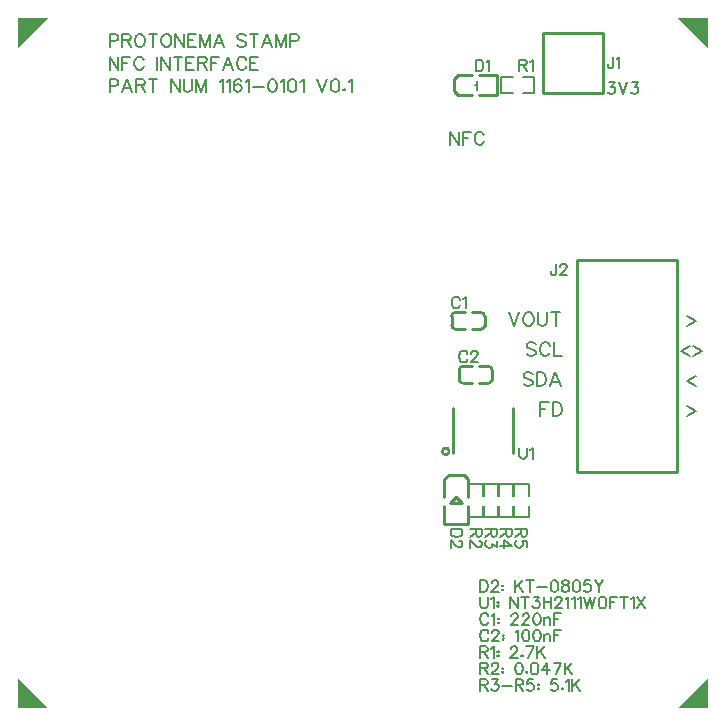
<source format=gto>
G04 Layer: TopSilkscreenLayer*
G04 Panelize: , Column: 2, Row: 2, Board Size: 58.42mm x 58.42mm, Panelized Board Size: 118.84mm x 118.84mm*
G04 EasyEDA v6.5.39, 2023-12-29 12:41:37*
G04 1036578b268b45588bb37d4cc57348ec,5a6b42c53f6a479593ecc07194224c93,10*
G04 Gerber Generator version 0.2*
G04 Scale: 100 percent, Rotated: No, Reflected: No *
G04 Dimensions in millimeters *
G04 leading zeros omitted , absolute positions ,4 integer and 5 decimal *
%FSLAX45Y45*%
%MOMM*%

%ADD10C,0.1524*%
%ADD11C,0.2540*%
%ADD12C,0.2030*%

%LPD*%
D10*
X4241800Y5485637D02*
G01*
X4241800Y5390134D01*
X4241800Y5485637D02*
G01*
X4282693Y5485637D01*
X4296409Y5481065D01*
X4300981Y5476494D01*
X4305554Y5467604D01*
X4305554Y5458460D01*
X4300981Y5449315D01*
X4296409Y5444744D01*
X4282693Y5440171D01*
X4241800Y5440171D01*
X4273550Y5440171D02*
G01*
X4305554Y5390134D01*
X4335525Y5467604D02*
G01*
X4344415Y5472176D01*
X4358131Y5485637D01*
X4358131Y5390134D01*
X3873500Y5485637D02*
G01*
X3873500Y5390134D01*
X3873500Y5485637D02*
G01*
X3905250Y5485637D01*
X3918965Y5481065D01*
X3928109Y5472176D01*
X3932681Y5463031D01*
X3937254Y5449315D01*
X3937254Y5426710D01*
X3932681Y5412994D01*
X3928109Y5403850D01*
X3918965Y5394705D01*
X3905250Y5390134D01*
X3873500Y5390134D01*
X3967225Y5467604D02*
G01*
X3976115Y5472176D01*
X3989831Y5485637D01*
X3989831Y5390134D01*
X4242663Y2202535D02*
G01*
X4242663Y2134463D01*
X4247235Y2120747D01*
X4256379Y2111603D01*
X4269841Y2107031D01*
X4278985Y2107031D01*
X4292701Y2111603D01*
X4301845Y2120747D01*
X4306417Y2134463D01*
X4306417Y2202535D01*
X4336389Y2184501D02*
G01*
X4345279Y2189073D01*
X4358995Y2202535D01*
X4358995Y2107031D01*
X3657600Y4877815D02*
G01*
X3657600Y4768850D01*
X3657600Y4877815D02*
G01*
X3730243Y4768850D01*
X3730243Y4877815D02*
G01*
X3730243Y4768850D01*
X3764534Y4877815D02*
G01*
X3764534Y4768850D01*
X3764534Y4877815D02*
G01*
X3832097Y4877815D01*
X3764534Y4826000D02*
G01*
X3806190Y4826000D01*
X3944365Y4851907D02*
G01*
X3939286Y4862321D01*
X3928872Y4872736D01*
X3918458Y4877815D01*
X3897629Y4877815D01*
X3887215Y4872736D01*
X3876802Y4862321D01*
X3871722Y4851907D01*
X3866388Y4836160D01*
X3866388Y4810252D01*
X3871722Y4794757D01*
X3876802Y4784344D01*
X3887215Y4773929D01*
X3897629Y4768850D01*
X3918458Y4768850D01*
X3928872Y4773929D01*
X3939286Y4784344D01*
X3944365Y4794757D01*
X3801872Y2999231D02*
G01*
X3797554Y3008376D01*
X3788409Y3017265D01*
X3779265Y3021837D01*
X3760977Y3021837D01*
X3752088Y3017265D01*
X3742943Y3008376D01*
X3738372Y2999231D01*
X3733800Y2985515D01*
X3733800Y2962910D01*
X3738372Y2949194D01*
X3742943Y2940050D01*
X3752088Y2930905D01*
X3760977Y2926334D01*
X3779265Y2926334D01*
X3788409Y2930905D01*
X3797554Y2940050D01*
X3801872Y2949194D01*
X3836415Y2999231D02*
G01*
X3836415Y3003804D01*
X3840988Y3012694D01*
X3845559Y3017265D01*
X3854704Y3021837D01*
X3872991Y3021837D01*
X3881881Y3017265D01*
X3886454Y3012694D01*
X3891025Y3003804D01*
X3891025Y2994660D01*
X3886454Y2985515D01*
X3877309Y2971800D01*
X3832097Y2926334D01*
X3895597Y2926334D01*
X3758438Y1511300D02*
G01*
X3662934Y1511300D01*
X3758438Y1511300D02*
G01*
X3758438Y1479550D01*
X3753865Y1465834D01*
X3744975Y1456689D01*
X3735831Y1452118D01*
X3722115Y1447545D01*
X3699509Y1447545D01*
X3685793Y1452118D01*
X3676650Y1456689D01*
X3667506Y1465834D01*
X3662934Y1479550D01*
X3662934Y1511300D01*
X3735831Y1413002D02*
G01*
X3740404Y1413002D01*
X3749293Y1408684D01*
X3753865Y1404112D01*
X3758438Y1394968D01*
X3758438Y1376679D01*
X3753865Y1367789D01*
X3749293Y1363218D01*
X3740404Y1358645D01*
X3731259Y1358645D01*
X3722115Y1363218D01*
X3708400Y1372107D01*
X3662934Y1417573D01*
X3662934Y1354073D01*
X3923538Y1511300D02*
G01*
X3828034Y1511300D01*
X3923538Y1511300D02*
G01*
X3923538Y1470405D01*
X3918965Y1456689D01*
X3914393Y1452118D01*
X3905504Y1447545D01*
X3896359Y1447545D01*
X3887215Y1452118D01*
X3882643Y1456689D01*
X3878072Y1470405D01*
X3878072Y1511300D01*
X3878072Y1479550D02*
G01*
X3828034Y1447545D01*
X3900931Y1413002D02*
G01*
X3905504Y1413002D01*
X3914393Y1408684D01*
X3918965Y1404112D01*
X3923538Y1394968D01*
X3923538Y1376679D01*
X3918965Y1367789D01*
X3914393Y1363218D01*
X3905504Y1358645D01*
X3896359Y1358645D01*
X3887215Y1363218D01*
X3873500Y1372107D01*
X3828034Y1417573D01*
X3828034Y1354073D01*
X4050538Y1511300D02*
G01*
X3955034Y1511300D01*
X4050538Y1511300D02*
G01*
X4050538Y1470405D01*
X4045965Y1456689D01*
X4041393Y1452118D01*
X4032504Y1447545D01*
X4023359Y1447545D01*
X4014215Y1452118D01*
X4009643Y1456689D01*
X4005072Y1470405D01*
X4005072Y1511300D01*
X4005072Y1479550D02*
G01*
X3955034Y1447545D01*
X4050538Y1408684D02*
G01*
X4050538Y1358645D01*
X4014215Y1385823D01*
X4014215Y1372107D01*
X4009643Y1363218D01*
X4005072Y1358645D01*
X3991609Y1354073D01*
X3982465Y1354073D01*
X3968750Y1358645D01*
X3959606Y1367789D01*
X3955034Y1381252D01*
X3955034Y1394968D01*
X3959606Y1408684D01*
X3964177Y1413002D01*
X3973322Y1417573D01*
X4177538Y1511300D02*
G01*
X4082034Y1511300D01*
X4177538Y1511300D02*
G01*
X4177538Y1470405D01*
X4172965Y1456689D01*
X4168393Y1452118D01*
X4159504Y1447545D01*
X4150359Y1447545D01*
X4141215Y1452118D01*
X4136643Y1456689D01*
X4132072Y1470405D01*
X4132072Y1511300D01*
X4132072Y1479550D02*
G01*
X4082034Y1447545D01*
X4177538Y1372107D02*
G01*
X4114038Y1417573D01*
X4114038Y1349502D01*
X4177538Y1372107D02*
G01*
X4082034Y1372107D01*
X4304538Y1511300D02*
G01*
X4209034Y1511300D01*
X4304538Y1511300D02*
G01*
X4304538Y1470405D01*
X4299965Y1456689D01*
X4295393Y1452118D01*
X4286504Y1447545D01*
X4277359Y1447545D01*
X4268215Y1452118D01*
X4263643Y1456689D01*
X4259072Y1470405D01*
X4259072Y1511300D01*
X4259072Y1479550D02*
G01*
X4209034Y1447545D01*
X4304538Y1363218D02*
G01*
X4304538Y1408684D01*
X4263643Y1413002D01*
X4268215Y1408684D01*
X4272788Y1394968D01*
X4272788Y1381252D01*
X4268215Y1367789D01*
X4259072Y1358645D01*
X4245609Y1354073D01*
X4236465Y1354073D01*
X4222750Y1358645D01*
X4213606Y1367789D01*
X4209034Y1381252D01*
X4209034Y1394968D01*
X4213606Y1408684D01*
X4218177Y1413002D01*
X4227322Y1417573D01*
X3738372Y3456431D02*
G01*
X3734054Y3465576D01*
X3724909Y3474465D01*
X3715765Y3479037D01*
X3697477Y3479037D01*
X3688588Y3474465D01*
X3679443Y3465576D01*
X3674872Y3456431D01*
X3670300Y3442715D01*
X3670300Y3420110D01*
X3674872Y3406394D01*
X3679443Y3397250D01*
X3688588Y3388105D01*
X3697477Y3383534D01*
X3715765Y3383534D01*
X3724909Y3388105D01*
X3734054Y3397250D01*
X3738372Y3406394D01*
X3768597Y3461004D02*
G01*
X3777488Y3465576D01*
X3791204Y3479037D01*
X3791204Y3383534D01*
X774700Y5322315D02*
G01*
X774700Y5213350D01*
X774700Y5322315D02*
G01*
X821436Y5322315D01*
X836929Y5317236D01*
X842263Y5311902D01*
X847344Y5301487D01*
X847344Y5285994D01*
X842263Y5275579D01*
X836929Y5270500D01*
X821436Y5265165D01*
X774700Y5265165D01*
X923289Y5322315D02*
G01*
X881634Y5213350D01*
X923289Y5322315D02*
G01*
X964945Y5213350D01*
X897381Y5249671D02*
G01*
X949197Y5249671D01*
X999236Y5322315D02*
G01*
X999236Y5213350D01*
X999236Y5322315D02*
G01*
X1045971Y5322315D01*
X1061465Y5317236D01*
X1066800Y5311902D01*
X1071879Y5301487D01*
X1071879Y5291073D01*
X1066800Y5280660D01*
X1061465Y5275579D01*
X1045971Y5270500D01*
X999236Y5270500D01*
X1035557Y5270500D02*
G01*
X1071879Y5213350D01*
X1142492Y5322315D02*
G01*
X1142492Y5213350D01*
X1106170Y5322315D02*
G01*
X1178813Y5322315D01*
X1293113Y5322315D02*
G01*
X1293113Y5213350D01*
X1293113Y5322315D02*
G01*
X1366012Y5213350D01*
X1366012Y5322315D02*
G01*
X1366012Y5213350D01*
X1400302Y5322315D02*
G01*
X1400302Y5244337D01*
X1405381Y5228844D01*
X1415795Y5218429D01*
X1431289Y5213350D01*
X1441704Y5213350D01*
X1457452Y5218429D01*
X1467865Y5228844D01*
X1472945Y5244337D01*
X1472945Y5322315D01*
X1507236Y5322315D02*
G01*
X1507236Y5213350D01*
X1507236Y5322315D02*
G01*
X1548892Y5213350D01*
X1590294Y5322315D02*
G01*
X1548892Y5213350D01*
X1590294Y5322315D02*
G01*
X1590294Y5213350D01*
X1704594Y5301487D02*
G01*
X1715007Y5306821D01*
X1730755Y5322315D01*
X1730755Y5213350D01*
X1765045Y5301487D02*
G01*
X1775460Y5306821D01*
X1790954Y5322315D01*
X1790954Y5213350D01*
X1887473Y5306821D02*
G01*
X1882394Y5317236D01*
X1866900Y5322315D01*
X1856486Y5322315D01*
X1840737Y5317236D01*
X1830323Y5301487D01*
X1825244Y5275579D01*
X1825244Y5249671D01*
X1830323Y5228844D01*
X1840737Y5218429D01*
X1856486Y5213350D01*
X1861565Y5213350D01*
X1877060Y5218429D01*
X1887473Y5228844D01*
X1892807Y5244337D01*
X1892807Y5249671D01*
X1887473Y5265165D01*
X1877060Y5275579D01*
X1861565Y5280660D01*
X1856486Y5280660D01*
X1840737Y5275579D01*
X1830323Y5265165D01*
X1825244Y5249671D01*
X1927097Y5301487D02*
G01*
X1937511Y5306821D01*
X1953006Y5322315D01*
X1953006Y5213350D01*
X1987295Y5260086D02*
G01*
X2080768Y5260086D01*
X2146300Y5322315D02*
G01*
X2130806Y5317236D01*
X2120391Y5301487D01*
X2115058Y5275579D01*
X2115058Y5260086D01*
X2120391Y5233923D01*
X2130806Y5218429D01*
X2146300Y5213350D01*
X2156713Y5213350D01*
X2172208Y5218429D01*
X2182622Y5233923D01*
X2187956Y5260086D01*
X2187956Y5275579D01*
X2182622Y5301487D01*
X2172208Y5317236D01*
X2156713Y5322315D01*
X2146300Y5322315D01*
X2222245Y5301487D02*
G01*
X2232659Y5306821D01*
X2248154Y5322315D01*
X2248154Y5213350D01*
X2313686Y5322315D02*
G01*
X2297938Y5317236D01*
X2287524Y5301487D01*
X2282443Y5275579D01*
X2282443Y5260086D01*
X2287524Y5233923D01*
X2297938Y5218429D01*
X2313686Y5213350D01*
X2324100Y5213350D01*
X2339593Y5218429D01*
X2350008Y5233923D01*
X2355088Y5260086D01*
X2355088Y5275579D01*
X2350008Y5301487D01*
X2339593Y5317236D01*
X2324100Y5322315D01*
X2313686Y5322315D01*
X2389377Y5301487D02*
G01*
X2399791Y5306821D01*
X2415540Y5322315D01*
X2415540Y5213350D01*
X2529840Y5322315D02*
G01*
X2571241Y5213350D01*
X2612897Y5322315D02*
G01*
X2571241Y5213350D01*
X2678429Y5322315D02*
G01*
X2662681Y5317236D01*
X2652268Y5301487D01*
X2647188Y5275579D01*
X2647188Y5260086D01*
X2652268Y5233923D01*
X2662681Y5218429D01*
X2678429Y5213350D01*
X2688590Y5213350D01*
X2704338Y5218429D01*
X2714752Y5233923D01*
X2719831Y5260086D01*
X2719831Y5275579D01*
X2714752Y5301487D01*
X2704338Y5317236D01*
X2688590Y5322315D01*
X2678429Y5322315D01*
X2759456Y5239257D02*
G01*
X2754122Y5233923D01*
X2759456Y5228844D01*
X2764536Y5233923D01*
X2759456Y5239257D01*
X2798825Y5301487D02*
G01*
X2809240Y5306821D01*
X2824734Y5322315D01*
X2824734Y5213350D01*
X774700Y5512815D02*
G01*
X774700Y5403850D01*
X774700Y5512815D02*
G01*
X847344Y5403850D01*
X847344Y5512815D02*
G01*
X847344Y5403850D01*
X881634Y5512815D02*
G01*
X881634Y5403850D01*
X881634Y5512815D02*
G01*
X949197Y5512815D01*
X881634Y5461000D02*
G01*
X923289Y5461000D01*
X1061465Y5486907D02*
G01*
X1056386Y5497321D01*
X1045971Y5507736D01*
X1035557Y5512815D01*
X1014729Y5512815D01*
X1004315Y5507736D01*
X993902Y5497321D01*
X988821Y5486907D01*
X983487Y5471160D01*
X983487Y5445252D01*
X988821Y5429757D01*
X993902Y5419344D01*
X1004315Y5408929D01*
X1014729Y5403850D01*
X1035557Y5403850D01*
X1045971Y5408929D01*
X1056386Y5419344D01*
X1061465Y5429757D01*
X1175765Y5512815D02*
G01*
X1175765Y5403850D01*
X1210055Y5512815D02*
G01*
X1210055Y5403850D01*
X1210055Y5512815D02*
G01*
X1282700Y5403850D01*
X1282700Y5512815D02*
G01*
X1282700Y5403850D01*
X1353565Y5512815D02*
G01*
X1353565Y5403850D01*
X1316989Y5512815D02*
G01*
X1389887Y5512815D01*
X1424178Y5512815D02*
G01*
X1424178Y5403850D01*
X1424178Y5512815D02*
G01*
X1491742Y5512815D01*
X1424178Y5461000D02*
G01*
X1465579Y5461000D01*
X1424178Y5403850D02*
G01*
X1491742Y5403850D01*
X1526031Y5512815D02*
G01*
X1526031Y5403850D01*
X1526031Y5512815D02*
G01*
X1572768Y5512815D01*
X1588262Y5507736D01*
X1593595Y5502402D01*
X1598676Y5491987D01*
X1598676Y5481573D01*
X1593595Y5471160D01*
X1588262Y5466079D01*
X1572768Y5461000D01*
X1526031Y5461000D01*
X1562354Y5461000D02*
G01*
X1598676Y5403850D01*
X1632965Y5512815D02*
G01*
X1632965Y5403850D01*
X1632965Y5512815D02*
G01*
X1700529Y5512815D01*
X1632965Y5461000D02*
G01*
X1674621Y5461000D01*
X1776476Y5512815D02*
G01*
X1734820Y5403850D01*
X1776476Y5512815D02*
G01*
X1817878Y5403850D01*
X1750313Y5440171D02*
G01*
X1802384Y5440171D01*
X1930145Y5486907D02*
G01*
X1925065Y5497321D01*
X1914652Y5507736D01*
X1904237Y5512815D01*
X1883410Y5512815D01*
X1872995Y5507736D01*
X1862581Y5497321D01*
X1857502Y5486907D01*
X1852168Y5471160D01*
X1852168Y5445252D01*
X1857502Y5429757D01*
X1862581Y5419344D01*
X1872995Y5408929D01*
X1883410Y5403850D01*
X1904237Y5403850D01*
X1914652Y5408929D01*
X1925065Y5419344D01*
X1930145Y5429757D01*
X1964436Y5512815D02*
G01*
X1964436Y5403850D01*
X1964436Y5512815D02*
G01*
X2032000Y5512815D01*
X1964436Y5461000D02*
G01*
X2006091Y5461000D01*
X1964436Y5403850D02*
G01*
X2032000Y5403850D01*
X774700Y5703315D02*
G01*
X774700Y5594350D01*
X774700Y5703315D02*
G01*
X821436Y5703315D01*
X836929Y5698236D01*
X842263Y5692902D01*
X847344Y5682487D01*
X847344Y5666994D01*
X842263Y5656579D01*
X836929Y5651500D01*
X821436Y5646165D01*
X774700Y5646165D01*
X881634Y5703315D02*
G01*
X881634Y5594350D01*
X881634Y5703315D02*
G01*
X928370Y5703315D01*
X944118Y5698236D01*
X949197Y5692902D01*
X954531Y5682487D01*
X954531Y5672073D01*
X949197Y5661660D01*
X944118Y5656579D01*
X928370Y5651500D01*
X881634Y5651500D01*
X918210Y5651500D02*
G01*
X954531Y5594350D01*
X1019810Y5703315D02*
G01*
X1009650Y5698236D01*
X999236Y5687821D01*
X993902Y5677407D01*
X988821Y5661660D01*
X988821Y5635752D01*
X993902Y5620257D01*
X999236Y5609844D01*
X1009650Y5599429D01*
X1019810Y5594350D01*
X1040637Y5594350D01*
X1051052Y5599429D01*
X1061465Y5609844D01*
X1066800Y5620257D01*
X1071879Y5635752D01*
X1071879Y5661660D01*
X1066800Y5677407D01*
X1061465Y5687821D01*
X1051052Y5698236D01*
X1040637Y5703315D01*
X1019810Y5703315D01*
X1142492Y5703315D02*
G01*
X1142492Y5594350D01*
X1106170Y5703315D02*
G01*
X1178813Y5703315D01*
X1244345Y5703315D02*
G01*
X1233931Y5698236D01*
X1223518Y5687821D01*
X1218437Y5677407D01*
X1213104Y5661660D01*
X1213104Y5635752D01*
X1218437Y5620257D01*
X1223518Y5609844D01*
X1233931Y5599429D01*
X1244345Y5594350D01*
X1265173Y5594350D01*
X1275587Y5599429D01*
X1286002Y5609844D01*
X1291081Y5620257D01*
X1296415Y5635752D01*
X1296415Y5661660D01*
X1291081Y5677407D01*
X1286002Y5687821D01*
X1275587Y5698236D01*
X1265173Y5703315D01*
X1244345Y5703315D01*
X1330705Y5703315D02*
G01*
X1330705Y5594350D01*
X1330705Y5703315D02*
G01*
X1403350Y5594350D01*
X1403350Y5703315D02*
G01*
X1403350Y5594350D01*
X1437639Y5703315D02*
G01*
X1437639Y5594350D01*
X1437639Y5703315D02*
G01*
X1505204Y5703315D01*
X1437639Y5651500D02*
G01*
X1479295Y5651500D01*
X1437639Y5594350D02*
G01*
X1505204Y5594350D01*
X1539494Y5703315D02*
G01*
X1539494Y5594350D01*
X1539494Y5703315D02*
G01*
X1581150Y5594350D01*
X1622552Y5703315D02*
G01*
X1581150Y5594350D01*
X1622552Y5703315D02*
G01*
X1622552Y5594350D01*
X1698497Y5703315D02*
G01*
X1656842Y5594350D01*
X1698497Y5703315D02*
G01*
X1739900Y5594350D01*
X1672589Y5630671D02*
G01*
X1724405Y5630671D01*
X1927097Y5687821D02*
G01*
X1916684Y5698236D01*
X1901189Y5703315D01*
X1880362Y5703315D01*
X1864613Y5698236D01*
X1854200Y5687821D01*
X1854200Y5677407D01*
X1859534Y5666994D01*
X1864613Y5661660D01*
X1875028Y5656579D01*
X1906270Y5646165D01*
X1916684Y5641086D01*
X1921763Y5635752D01*
X1927097Y5625337D01*
X1927097Y5609844D01*
X1916684Y5599429D01*
X1901189Y5594350D01*
X1880362Y5594350D01*
X1864613Y5599429D01*
X1854200Y5609844D01*
X1997709Y5703315D02*
G01*
X1997709Y5594350D01*
X1961388Y5703315D02*
G01*
X2034031Y5703315D01*
X2109977Y5703315D02*
G01*
X2068322Y5594350D01*
X2109977Y5703315D02*
G01*
X2151379Y5594350D01*
X2084070Y5630671D02*
G01*
X2135886Y5630671D01*
X2185670Y5703315D02*
G01*
X2185670Y5594350D01*
X2185670Y5703315D02*
G01*
X2227325Y5594350D01*
X2268981Y5703315D02*
G01*
X2227325Y5594350D01*
X2268981Y5703315D02*
G01*
X2268981Y5594350D01*
X2303272Y5703315D02*
G01*
X2303272Y5594350D01*
X2303272Y5703315D02*
G01*
X2350008Y5703315D01*
X2365502Y5698236D01*
X2370836Y5692902D01*
X2375915Y5682487D01*
X2375915Y5666994D01*
X2370836Y5656579D01*
X2365502Y5651500D01*
X2350008Y5646165D01*
X2303272Y5646165D01*
X5664200Y3313176D02*
G01*
X5736843Y3272281D01*
X5664200Y3231134D01*
X5664200Y2551176D02*
G01*
X5736843Y2510281D01*
X5664200Y2469134D01*
X4553965Y3758437D02*
G01*
X4553965Y3685794D01*
X4549393Y3672078D01*
X4544822Y3667505D01*
X4535677Y3662934D01*
X4526788Y3662934D01*
X4517643Y3667505D01*
X4513072Y3672078D01*
X4508500Y3685794D01*
X4508500Y3694937D01*
X4588509Y3735831D02*
G01*
X4588509Y3740404D01*
X4593081Y3749294D01*
X4597654Y3753865D01*
X4606797Y3758437D01*
X4624831Y3758437D01*
X4633975Y3753865D01*
X4638547Y3749294D01*
X4643120Y3740404D01*
X4643120Y3731260D01*
X4638547Y3722115D01*
X4629404Y3708400D01*
X4583938Y3662934D01*
X4647691Y3662934D01*
X4356354Y2822447D02*
G01*
X4345431Y2833370D01*
X4328922Y2838957D01*
X4307077Y2838957D01*
X4290822Y2833370D01*
X4279900Y2822447D01*
X4279900Y2811526D01*
X4285234Y2800604D01*
X4290822Y2795270D01*
X4301743Y2789681D01*
X4334509Y2779013D01*
X4345431Y2773426D01*
X4350765Y2768092D01*
X4356354Y2757170D01*
X4356354Y2740660D01*
X4345431Y2729737D01*
X4328922Y2724404D01*
X4307077Y2724404D01*
X4290822Y2729737D01*
X4279900Y2740660D01*
X4392168Y2838957D02*
G01*
X4392168Y2724404D01*
X4392168Y2838957D02*
G01*
X4430522Y2838957D01*
X4446777Y2833370D01*
X4457700Y2822447D01*
X4463288Y2811526D01*
X4468622Y2795270D01*
X4468622Y2768092D01*
X4463288Y2751581D01*
X4457700Y2740660D01*
X4446777Y2729737D01*
X4430522Y2724404D01*
X4392168Y2724404D01*
X4548377Y2838957D02*
G01*
X4504690Y2724404D01*
X4548377Y2838957D02*
G01*
X4591811Y2724404D01*
X4520945Y2762504D02*
G01*
X4575556Y2762504D01*
X5036565Y5511037D02*
G01*
X5036565Y5438394D01*
X5031993Y5424678D01*
X5027422Y5420105D01*
X5018277Y5415534D01*
X5009388Y5415534D01*
X5000243Y5420105D01*
X4995672Y5424678D01*
X4991100Y5438394D01*
X4991100Y5447537D01*
X5066538Y5493004D02*
G01*
X5075681Y5497576D01*
X5089397Y5511037D01*
X5089397Y5415534D01*
X5000243Y5295137D02*
G01*
X5050281Y5295137D01*
X5022850Y5258815D01*
X5036565Y5258815D01*
X5045709Y5254244D01*
X5050281Y5249671D01*
X5054854Y5236210D01*
X5054854Y5227065D01*
X5050281Y5213350D01*
X5041138Y5204205D01*
X5027422Y5199634D01*
X5013706Y5199634D01*
X5000243Y5204205D01*
X4995672Y5208778D01*
X4991100Y5217921D01*
X5084825Y5295137D02*
G01*
X5121147Y5199634D01*
X5157470Y5295137D02*
G01*
X5121147Y5199634D01*
X5196586Y5295137D02*
G01*
X5246624Y5295137D01*
X5219191Y5258815D01*
X5232908Y5258815D01*
X5242052Y5254244D01*
X5246624Y5249671D01*
X5251195Y5236210D01*
X5251195Y5227065D01*
X5246624Y5213350D01*
X5237479Y5204205D01*
X5223763Y5199634D01*
X5210302Y5199634D01*
X5196586Y5204205D01*
X5192013Y5208778D01*
X5187441Y5217921D01*
X4152900Y3346957D02*
G01*
X4196588Y3232404D01*
X4240275Y3346957D02*
G01*
X4196588Y3232404D01*
X4308856Y3346957D02*
G01*
X4297934Y3341370D01*
X4287011Y3330447D01*
X4281677Y3319526D01*
X4276090Y3303270D01*
X4276090Y3276092D01*
X4281677Y3259581D01*
X4287011Y3248660D01*
X4297934Y3237737D01*
X4308856Y3232404D01*
X4330700Y3232404D01*
X4341622Y3237737D01*
X4352543Y3248660D01*
X4357877Y3259581D01*
X4363465Y3276092D01*
X4363465Y3303270D01*
X4357877Y3319526D01*
X4352543Y3330447D01*
X4341622Y3341370D01*
X4330700Y3346957D01*
X4308856Y3346957D01*
X4399534Y3346957D02*
G01*
X4399534Y3265170D01*
X4404868Y3248660D01*
X4415790Y3237737D01*
X4432045Y3232404D01*
X4442968Y3232404D01*
X4459477Y3237737D01*
X4470400Y3248660D01*
X4475734Y3265170D01*
X4475734Y3346957D01*
X4549902Y3346957D02*
G01*
X4549902Y3232404D01*
X4511802Y3346957D02*
G01*
X4588256Y3346957D01*
X4419600Y2584957D02*
G01*
X4419600Y2470404D01*
X4419600Y2584957D02*
G01*
X4490465Y2584957D01*
X4419600Y2530347D02*
G01*
X4463288Y2530347D01*
X4526534Y2584957D02*
G01*
X4526534Y2470404D01*
X4526534Y2584957D02*
G01*
X4564634Y2584957D01*
X4581143Y2579370D01*
X4592065Y2568447D01*
X4597400Y2557526D01*
X4602988Y2541270D01*
X4602988Y2514092D01*
X4597400Y2497581D01*
X4592065Y2486660D01*
X4581143Y2475737D01*
X4564634Y2470404D01*
X4526534Y2470404D01*
X5686043Y3059176D02*
G01*
X5613400Y3018281D01*
X5686043Y2977134D01*
X5716015Y3059176D02*
G01*
X5788913Y3018281D01*
X5716015Y2977134D01*
X5736843Y2805176D02*
G01*
X5664200Y2764281D01*
X5736843Y2723134D01*
X4381754Y3076447D02*
G01*
X4370831Y3087370D01*
X4354322Y3092957D01*
X4332477Y3092957D01*
X4316222Y3087370D01*
X4305300Y3076447D01*
X4305300Y3065526D01*
X4310634Y3054604D01*
X4316222Y3049270D01*
X4327143Y3043681D01*
X4359909Y3033013D01*
X4370831Y3027426D01*
X4376165Y3022092D01*
X4381754Y3011170D01*
X4381754Y2994660D01*
X4370831Y2983737D01*
X4354322Y2978404D01*
X4332477Y2978404D01*
X4316222Y2983737D01*
X4305300Y2994660D01*
X4499356Y3065526D02*
G01*
X4494022Y3076447D01*
X4483100Y3087370D01*
X4472177Y3092957D01*
X4450334Y3092957D01*
X4439411Y3087370D01*
X4428490Y3076447D01*
X4423156Y3065526D01*
X4417568Y3049270D01*
X4417568Y3022092D01*
X4423156Y3005581D01*
X4428490Y2994660D01*
X4439411Y2983737D01*
X4450334Y2978404D01*
X4472177Y2978404D01*
X4483100Y2983737D01*
X4494022Y2994660D01*
X4499356Y3005581D01*
X4535424Y3092957D02*
G01*
X4535424Y2978404D01*
X4535424Y2978404D02*
G01*
X4600956Y2978404D01*
X3911600Y240537D02*
G01*
X3911600Y145034D01*
X3911600Y240537D02*
G01*
X3952493Y240537D01*
X3966209Y235965D01*
X3970781Y231394D01*
X3975354Y222504D01*
X3975354Y213360D01*
X3970781Y204215D01*
X3966209Y199644D01*
X3952493Y195071D01*
X3911600Y195071D01*
X3943350Y195071D02*
G01*
X3975354Y145034D01*
X4014215Y240537D02*
G01*
X4064254Y240537D01*
X4037075Y204215D01*
X4050791Y204215D01*
X4059681Y199644D01*
X4064254Y195071D01*
X4068825Y181610D01*
X4068825Y172465D01*
X4064254Y158750D01*
X4055109Y149605D01*
X4041647Y145034D01*
X4027931Y145034D01*
X4014215Y149605D01*
X4009897Y154178D01*
X4005325Y163321D01*
X4098797Y186181D02*
G01*
X4180586Y186181D01*
X4210811Y240537D02*
G01*
X4210811Y145034D01*
X4210811Y240537D02*
G01*
X4251706Y240537D01*
X4265168Y235965D01*
X4269740Y231394D01*
X4274311Y222504D01*
X4274311Y213360D01*
X4269740Y204215D01*
X4265168Y199644D01*
X4251706Y195071D01*
X4210811Y195071D01*
X4242561Y195071D02*
G01*
X4274311Y145034D01*
X4358893Y240537D02*
G01*
X4313427Y240537D01*
X4308856Y199644D01*
X4313427Y204215D01*
X4327143Y208787D01*
X4340606Y208787D01*
X4354322Y204215D01*
X4363465Y195071D01*
X4368038Y181610D01*
X4368038Y172465D01*
X4363465Y158750D01*
X4354322Y149605D01*
X4340606Y145034D01*
X4327143Y145034D01*
X4313427Y149605D01*
X4308856Y154178D01*
X4304284Y163321D01*
X4402581Y199644D02*
G01*
X4398009Y195071D01*
X4402581Y190500D01*
X4407154Y195071D01*
X4402581Y199644D01*
X4402581Y167894D02*
G01*
X4398009Y163321D01*
X4402581Y158750D01*
X4407154Y163321D01*
X4402581Y167894D01*
X4561586Y240537D02*
G01*
X4516120Y240537D01*
X4511547Y199644D01*
X4516120Y204215D01*
X4529836Y208787D01*
X4543297Y208787D01*
X4557013Y204215D01*
X4566158Y195071D01*
X4570729Y181610D01*
X4570729Y172465D01*
X4566158Y158750D01*
X4557013Y149605D01*
X4543297Y145034D01*
X4529836Y145034D01*
X4516120Y149605D01*
X4511547Y154178D01*
X4506975Y163321D01*
X4605274Y167894D02*
G01*
X4600702Y163321D01*
X4605274Y158750D01*
X4609845Y163321D01*
X4605274Y167894D01*
X4639818Y222504D02*
G01*
X4648961Y227076D01*
X4662424Y240537D01*
X4662424Y145034D01*
X4692395Y240537D02*
G01*
X4692395Y145034D01*
X4756150Y240537D02*
G01*
X4692395Y177037D01*
X4715256Y199644D02*
G01*
X4756150Y145034D01*
X3911600Y380237D02*
G01*
X3911600Y284734D01*
X3911600Y380237D02*
G01*
X3952493Y380237D01*
X3966209Y375665D01*
X3970781Y371094D01*
X3975354Y362204D01*
X3975354Y353060D01*
X3970781Y343915D01*
X3966209Y339344D01*
X3952493Y334771D01*
X3911600Y334771D01*
X3943350Y334771D02*
G01*
X3975354Y284734D01*
X4009897Y357631D02*
G01*
X4009897Y362204D01*
X4014215Y371094D01*
X4018788Y375665D01*
X4027931Y380237D01*
X4046220Y380237D01*
X4055109Y375665D01*
X4059681Y371094D01*
X4064254Y362204D01*
X4064254Y353060D01*
X4059681Y343915D01*
X4050791Y330200D01*
X4005325Y284734D01*
X4068825Y284734D01*
X4103370Y339344D02*
G01*
X4098797Y334771D01*
X4103370Y330200D01*
X4107941Y334771D01*
X4103370Y339344D01*
X4103370Y307594D02*
G01*
X4098797Y303021D01*
X4103370Y298450D01*
X4107941Y303021D01*
X4103370Y307594D01*
X4235195Y380237D02*
G01*
X4221479Y375665D01*
X4212590Y362204D01*
X4208018Y339344D01*
X4208018Y325881D01*
X4212590Y303021D01*
X4221479Y289305D01*
X4235195Y284734D01*
X4244340Y284734D01*
X4258056Y289305D01*
X4266945Y303021D01*
X4271518Y325881D01*
X4271518Y339344D01*
X4266945Y362204D01*
X4258056Y375665D01*
X4244340Y380237D01*
X4235195Y380237D01*
X4306061Y307594D02*
G01*
X4301490Y303021D01*
X4306061Y298450D01*
X4310634Y303021D01*
X4306061Y307594D01*
X4368038Y380237D02*
G01*
X4354322Y375665D01*
X4345177Y362204D01*
X4340606Y339344D01*
X4340606Y325881D01*
X4345177Y303021D01*
X4354322Y289305D01*
X4368038Y284734D01*
X4376927Y284734D01*
X4390643Y289305D01*
X4399788Y303021D01*
X4404359Y325881D01*
X4404359Y339344D01*
X4399788Y362204D01*
X4390643Y375665D01*
X4376927Y380237D01*
X4368038Y380237D01*
X4479797Y380237D02*
G01*
X4434331Y316737D01*
X4502404Y316737D01*
X4479797Y380237D02*
G01*
X4479797Y284734D01*
X4596129Y380237D02*
G01*
X4550663Y284734D01*
X4532629Y380237D02*
G01*
X4596129Y380237D01*
X4626102Y380237D02*
G01*
X4626102Y284734D01*
X4689856Y380237D02*
G01*
X4626102Y316737D01*
X4648961Y339344D02*
G01*
X4689856Y284734D01*
X3911600Y519937D02*
G01*
X3911600Y424434D01*
X3911600Y519937D02*
G01*
X3952493Y519937D01*
X3966209Y515365D01*
X3970781Y510794D01*
X3975354Y501904D01*
X3975354Y492760D01*
X3970781Y483615D01*
X3966209Y479044D01*
X3952493Y474471D01*
X3911600Y474471D01*
X3943350Y474471D02*
G01*
X3975354Y424434D01*
X4005325Y501904D02*
G01*
X4014215Y506476D01*
X4027931Y519937D01*
X4027931Y424434D01*
X4062475Y479044D02*
G01*
X4057904Y474471D01*
X4062475Y469900D01*
X4067047Y474471D01*
X4062475Y479044D01*
X4062475Y447294D02*
G01*
X4057904Y442721D01*
X4062475Y438150D01*
X4067047Y442721D01*
X4062475Y447294D01*
X4171695Y497331D02*
G01*
X4171695Y501904D01*
X4176268Y510794D01*
X4180586Y515365D01*
X4189729Y519937D01*
X4208018Y519937D01*
X4217161Y515365D01*
X4221479Y510794D01*
X4226052Y501904D01*
X4226052Y492760D01*
X4221479Y483615D01*
X4212590Y469900D01*
X4167124Y424434D01*
X4230624Y424434D01*
X4265168Y447294D02*
G01*
X4260595Y442721D01*
X4265168Y438150D01*
X4269740Y442721D01*
X4265168Y447294D01*
X4363465Y519937D02*
G01*
X4318000Y424434D01*
X4299711Y519937D02*
G01*
X4363465Y519937D01*
X4393438Y519937D02*
G01*
X4393438Y424434D01*
X4456938Y519937D02*
G01*
X4393438Y456437D01*
X4416043Y479044D02*
G01*
X4456938Y424434D01*
X3979672Y637031D02*
G01*
X3975354Y646176D01*
X3966209Y655065D01*
X3957065Y659637D01*
X3938777Y659637D01*
X3929888Y655065D01*
X3920743Y646176D01*
X3916172Y637031D01*
X3911600Y623315D01*
X3911600Y600710D01*
X3916172Y586994D01*
X3920743Y577850D01*
X3929888Y568705D01*
X3938777Y564134D01*
X3957065Y564134D01*
X3966209Y568705D01*
X3975354Y577850D01*
X3979672Y586994D01*
X4014215Y637031D02*
G01*
X4014215Y641604D01*
X4018788Y650494D01*
X4023359Y655065D01*
X4032504Y659637D01*
X4050791Y659637D01*
X4059681Y655065D01*
X4064254Y650494D01*
X4068825Y641604D01*
X4068825Y632460D01*
X4064254Y623315D01*
X4055109Y609600D01*
X4009897Y564134D01*
X4073397Y564134D01*
X4107941Y618744D02*
G01*
X4103370Y614171D01*
X4107941Y609600D01*
X4112513Y614171D01*
X4107941Y618744D01*
X4107941Y586994D02*
G01*
X4103370Y582421D01*
X4107941Y577850D01*
X4112513Y582421D01*
X4107941Y586994D01*
X4212590Y641604D02*
G01*
X4221479Y646176D01*
X4235195Y659637D01*
X4235195Y564134D01*
X4292600Y659637D02*
G01*
X4278884Y655065D01*
X4269740Y641604D01*
X4265168Y618744D01*
X4265168Y605281D01*
X4269740Y582421D01*
X4278884Y568705D01*
X4292600Y564134D01*
X4301490Y564134D01*
X4315206Y568705D01*
X4324350Y582421D01*
X4328922Y605281D01*
X4328922Y618744D01*
X4324350Y641604D01*
X4315206Y655065D01*
X4301490Y659637D01*
X4292600Y659637D01*
X4386072Y659637D02*
G01*
X4372609Y655065D01*
X4363465Y641604D01*
X4358893Y618744D01*
X4358893Y605281D01*
X4363465Y582421D01*
X4372609Y568705D01*
X4386072Y564134D01*
X4395215Y564134D01*
X4408931Y568705D01*
X4418075Y582421D01*
X4422393Y605281D01*
X4422393Y618744D01*
X4418075Y641604D01*
X4408931Y655065D01*
X4395215Y659637D01*
X4386072Y659637D01*
X4452620Y627887D02*
G01*
X4452620Y564134D01*
X4452620Y609600D02*
G01*
X4466081Y623315D01*
X4475225Y627887D01*
X4488941Y627887D01*
X4498086Y623315D01*
X4502404Y609600D01*
X4502404Y564134D01*
X4532629Y659637D02*
G01*
X4532629Y564134D01*
X4532629Y659637D02*
G01*
X4591558Y659637D01*
X4532629Y614171D02*
G01*
X4568952Y614171D01*
X3979672Y776731D02*
G01*
X3975354Y785876D01*
X3966209Y794765D01*
X3957065Y799337D01*
X3938777Y799337D01*
X3929888Y794765D01*
X3920743Y785876D01*
X3916172Y776731D01*
X3911600Y763015D01*
X3911600Y740410D01*
X3916172Y726694D01*
X3920743Y717550D01*
X3929888Y708405D01*
X3938777Y703834D01*
X3957065Y703834D01*
X3966209Y708405D01*
X3975354Y717550D01*
X3979672Y726694D01*
X4009897Y781304D02*
G01*
X4018788Y785876D01*
X4032504Y799337D01*
X4032504Y703834D01*
X4067047Y758444D02*
G01*
X4062475Y753871D01*
X4067047Y749300D01*
X4071620Y753871D01*
X4067047Y758444D01*
X4067047Y726694D02*
G01*
X4062475Y722121D01*
X4067047Y717550D01*
X4071620Y722121D01*
X4067047Y726694D01*
X4176268Y776731D02*
G01*
X4176268Y781304D01*
X4180586Y790194D01*
X4185158Y794765D01*
X4194302Y799337D01*
X4212590Y799337D01*
X4221479Y794765D01*
X4226052Y790194D01*
X4230624Y781304D01*
X4230624Y772160D01*
X4226052Y763015D01*
X4217161Y749300D01*
X4171695Y703834D01*
X4235195Y703834D01*
X4269740Y776731D02*
G01*
X4269740Y781304D01*
X4274311Y790194D01*
X4278884Y794765D01*
X4288027Y799337D01*
X4306061Y799337D01*
X4315206Y794765D01*
X4319777Y790194D01*
X4324350Y781304D01*
X4324350Y772160D01*
X4319777Y763015D01*
X4310634Y749300D01*
X4265168Y703834D01*
X4328922Y703834D01*
X4386072Y799337D02*
G01*
X4372609Y794765D01*
X4363465Y781304D01*
X4358893Y758444D01*
X4358893Y744981D01*
X4363465Y722121D01*
X4372609Y708405D01*
X4386072Y703834D01*
X4395215Y703834D01*
X4408931Y708405D01*
X4418075Y722121D01*
X4422393Y744981D01*
X4422393Y758444D01*
X4418075Y781304D01*
X4408931Y794765D01*
X4395215Y799337D01*
X4386072Y799337D01*
X4452620Y767587D02*
G01*
X4452620Y703834D01*
X4452620Y749300D02*
G01*
X4466081Y763015D01*
X4475225Y767587D01*
X4488941Y767587D01*
X4498086Y763015D01*
X4502404Y749300D01*
X4502404Y703834D01*
X4532629Y799337D02*
G01*
X4532629Y703834D01*
X4532629Y799337D02*
G01*
X4591558Y799337D01*
X4532629Y753871D02*
G01*
X4568952Y753871D01*
X3911600Y939037D02*
G01*
X3911600Y870965D01*
X3916172Y857250D01*
X3925315Y848105D01*
X3938777Y843534D01*
X3947922Y843534D01*
X3961638Y848105D01*
X3970781Y857250D01*
X3975354Y870965D01*
X3975354Y939037D01*
X4005325Y921004D02*
G01*
X4014215Y925576D01*
X4027931Y939037D01*
X4027931Y843534D01*
X4062475Y898144D02*
G01*
X4057904Y893571D01*
X4062475Y889000D01*
X4067047Y893571D01*
X4062475Y898144D01*
X4062475Y866394D02*
G01*
X4057904Y861821D01*
X4062475Y857250D01*
X4067047Y861821D01*
X4062475Y866394D01*
X4167124Y939037D02*
G01*
X4167124Y843534D01*
X4167124Y939037D02*
G01*
X4230624Y843534D01*
X4230624Y939037D02*
G01*
X4230624Y843534D01*
X4292600Y939037D02*
G01*
X4292600Y843534D01*
X4260595Y939037D02*
G01*
X4324350Y939037D01*
X4363465Y939037D02*
G01*
X4413504Y939037D01*
X4386072Y902715D01*
X4399788Y902715D01*
X4408931Y898144D01*
X4413504Y893571D01*
X4418075Y880110D01*
X4418075Y870965D01*
X4413504Y857250D01*
X4404359Y848105D01*
X4390643Y843534D01*
X4376927Y843534D01*
X4363465Y848105D01*
X4358893Y852678D01*
X4354322Y861821D01*
X4448047Y939037D02*
G01*
X4448047Y843534D01*
X4511547Y939037D02*
G01*
X4511547Y843534D01*
X4448047Y893571D02*
G01*
X4511547Y893571D01*
X4546091Y916431D02*
G01*
X4546091Y921004D01*
X4550663Y929894D01*
X4555236Y934465D01*
X4564379Y939037D01*
X4582413Y939037D01*
X4591558Y934465D01*
X4596129Y929894D01*
X4600702Y921004D01*
X4600702Y911860D01*
X4596129Y902715D01*
X4586986Y889000D01*
X4541520Y843534D01*
X4605274Y843534D01*
X4635245Y921004D02*
G01*
X4644390Y925576D01*
X4657852Y939037D01*
X4657852Y843534D01*
X4688077Y921004D02*
G01*
X4696968Y925576D01*
X4710684Y939037D01*
X4710684Y843534D01*
X4740656Y921004D02*
G01*
X4749800Y925576D01*
X4763515Y939037D01*
X4763515Y843534D01*
X4793488Y939037D02*
G01*
X4816093Y843534D01*
X4838954Y939037D02*
G01*
X4816093Y843534D01*
X4838954Y939037D02*
G01*
X4861559Y843534D01*
X4884420Y939037D02*
G01*
X4861559Y843534D01*
X4941570Y939037D02*
G01*
X4927854Y934465D01*
X4918963Y921004D01*
X4914391Y898144D01*
X4914391Y884681D01*
X4918963Y861821D01*
X4927854Y848105D01*
X4941570Y843534D01*
X4950713Y843534D01*
X4964429Y848105D01*
X4973320Y861821D01*
X4977891Y884681D01*
X4977891Y898144D01*
X4973320Y921004D01*
X4964429Y934465D01*
X4950713Y939037D01*
X4941570Y939037D01*
X5007863Y939037D02*
G01*
X5007863Y843534D01*
X5007863Y939037D02*
G01*
X5067045Y939037D01*
X5007863Y893571D02*
G01*
X5044440Y893571D01*
X5128768Y939037D02*
G01*
X5128768Y843534D01*
X5097018Y939037D02*
G01*
X5160772Y939037D01*
X5190743Y921004D02*
G01*
X5199888Y925576D01*
X5213350Y939037D01*
X5213350Y843534D01*
X5243322Y939037D02*
G01*
X5307075Y843534D01*
X5307075Y939037D02*
G01*
X5243322Y843534D01*
X3911600Y1078737D02*
G01*
X3911600Y983234D01*
X3911600Y1078737D02*
G01*
X3943350Y1078737D01*
X3957065Y1074165D01*
X3966209Y1065276D01*
X3970781Y1056131D01*
X3975354Y1042415D01*
X3975354Y1019810D01*
X3970781Y1006094D01*
X3966209Y996950D01*
X3957065Y987805D01*
X3943350Y983234D01*
X3911600Y983234D01*
X4009897Y1056131D02*
G01*
X4009897Y1060704D01*
X4014215Y1069594D01*
X4018788Y1074165D01*
X4027931Y1078737D01*
X4046220Y1078737D01*
X4055109Y1074165D01*
X4059681Y1069594D01*
X4064254Y1060704D01*
X4064254Y1051560D01*
X4059681Y1042415D01*
X4050791Y1028700D01*
X4005325Y983234D01*
X4068825Y983234D01*
X4103370Y1037844D02*
G01*
X4098797Y1033271D01*
X4103370Y1028700D01*
X4107941Y1033271D01*
X4103370Y1037844D01*
X4103370Y1006094D02*
G01*
X4098797Y1001521D01*
X4103370Y996950D01*
X4107941Y1001521D01*
X4103370Y1006094D01*
X4208018Y1078737D02*
G01*
X4208018Y983234D01*
X4271518Y1078737D02*
G01*
X4208018Y1015237D01*
X4230624Y1037844D02*
G01*
X4271518Y983234D01*
X4333493Y1078737D02*
G01*
X4333493Y983234D01*
X4301490Y1078737D02*
G01*
X4365243Y1078737D01*
X4395215Y1024381D02*
G01*
X4477004Y1024381D01*
X4534408Y1078737D02*
G01*
X4520691Y1074165D01*
X4511547Y1060704D01*
X4506975Y1037844D01*
X4506975Y1024381D01*
X4511547Y1001521D01*
X4520691Y987805D01*
X4534408Y983234D01*
X4543297Y983234D01*
X4557013Y987805D01*
X4566158Y1001521D01*
X4570729Y1024381D01*
X4570729Y1037844D01*
X4566158Y1060704D01*
X4557013Y1074165D01*
X4543297Y1078737D01*
X4534408Y1078737D01*
X4623308Y1078737D02*
G01*
X4609845Y1074165D01*
X4605274Y1065276D01*
X4605274Y1056131D01*
X4609845Y1046987D01*
X4618990Y1042415D01*
X4637024Y1037844D01*
X4650740Y1033271D01*
X4659884Y1024381D01*
X4664202Y1015237D01*
X4664202Y1001521D01*
X4659884Y992378D01*
X4655311Y987805D01*
X4641595Y983234D01*
X4623308Y983234D01*
X4609845Y987805D01*
X4605274Y992378D01*
X4600702Y1001521D01*
X4600702Y1015237D01*
X4605274Y1024381D01*
X4614418Y1033271D01*
X4627879Y1037844D01*
X4646168Y1042415D01*
X4655311Y1046987D01*
X4659884Y1056131D01*
X4659884Y1065276D01*
X4655311Y1074165D01*
X4641595Y1078737D01*
X4623308Y1078737D01*
X4721606Y1078737D02*
G01*
X4707890Y1074165D01*
X4698745Y1060704D01*
X4694427Y1037844D01*
X4694427Y1024381D01*
X4698745Y1001521D01*
X4707890Y987805D01*
X4721606Y983234D01*
X4730750Y983234D01*
X4744211Y987805D01*
X4753356Y1001521D01*
X4757927Y1024381D01*
X4757927Y1037844D01*
X4753356Y1060704D01*
X4744211Y1074165D01*
X4730750Y1078737D01*
X4721606Y1078737D01*
X4842509Y1078737D02*
G01*
X4797043Y1078737D01*
X4792472Y1037844D01*
X4797043Y1042415D01*
X4810759Y1046987D01*
X4824222Y1046987D01*
X4837938Y1042415D01*
X4847081Y1033271D01*
X4851654Y1019810D01*
X4851654Y1010665D01*
X4847081Y996950D01*
X4837938Y987805D01*
X4824222Y983234D01*
X4810759Y983234D01*
X4797043Y987805D01*
X4792472Y992378D01*
X4787900Y1001521D01*
X4881625Y1078737D02*
G01*
X4917947Y1033271D01*
X4917947Y983234D01*
X4954270Y1078737D02*
G01*
X4917947Y1033271D01*
G36*
X0Y5842000D02*
G01*
X0Y5588000D01*
X254000Y5842000D01*
G37*
G36*
X0Y254000D02*
G01*
X0Y0D01*
X254000Y0D01*
G37*
G36*
X5842000Y254000D02*
G01*
X5588000Y0D01*
X5842000Y0D01*
G37*
G36*
X5588000Y5842000D02*
G01*
X5842000Y5588000D01*
X5842000Y5842000D01*
G37*
X4271721Y5204439D02*
G01*
X4367608Y5204439D01*
X4367608Y5336560D01*
X4271721Y5336560D01*
X4186478Y5204439D02*
G01*
X4090591Y5204439D01*
X4090591Y5336560D01*
X4186478Y5336560D01*
D11*
X4050029Y5184139D02*
G01*
X4050029Y5356860D01*
X4050029Y5356860D02*
G01*
X3902709Y5356860D01*
X4050029Y5184139D02*
G01*
X3902709Y5184139D01*
X3844290Y5356860D02*
G01*
X3727450Y5356860D01*
X3841750Y5184139D02*
G01*
X3727450Y5184139D01*
X3727450Y5184139D02*
G01*
X3691890Y5219700D01*
X3691890Y5321300D01*
X3727450Y5356860D01*
D12*
X3881120Y5229860D02*
G01*
X3881120Y5308600D01*
X3881120Y5269704D02*
G01*
X3863583Y5269704D01*
D11*
X3683000Y2540000D02*
G01*
X3683000Y2159000D01*
X4191000Y2540000D02*
G01*
X4191000Y2159000D01*
X4012501Y2859377D02*
G01*
X4012501Y2779374D01*
X3901526Y2890362D02*
G01*
X3981523Y2890362D01*
X3901526Y2748396D02*
G01*
X3981523Y2748396D01*
X3843936Y2890944D02*
G01*
X3763937Y2890944D01*
X3732954Y2859961D02*
G01*
X3732954Y2779963D01*
X3843936Y2748983D02*
G01*
X3763937Y2748983D01*
X3758399Y1732600D02*
G01*
X3718399Y1772599D01*
X3708400Y1782599D01*
X3698374Y1772599D01*
X3658374Y1732600D01*
X3758399Y1732600D02*
G01*
X3658374Y1732600D01*
X3606672Y1708277D02*
G01*
X3606672Y1553337D01*
X3809872Y1553337D01*
X3809872Y1708277D01*
X3604133Y1787017D02*
G01*
X3604133Y1934337D01*
X3644772Y1974977D01*
X3771772Y1974977D01*
X3809872Y1936877D01*
X3809872Y1784477D01*
D10*
X3939560Y1795221D02*
G01*
X3939560Y1891108D01*
X3807439Y1891108D01*
X3807439Y1795221D01*
X3939560Y1709978D02*
G01*
X3939560Y1614091D01*
X3807439Y1614091D01*
X3807439Y1709978D01*
X3934439Y1709978D02*
G01*
X3934439Y1614091D01*
X4066560Y1614091D01*
X4066560Y1709978D01*
X3934439Y1795221D02*
G01*
X3934439Y1891108D01*
X4066560Y1891108D01*
X4066560Y1795221D01*
X4061439Y1709978D02*
G01*
X4061439Y1614091D01*
X4193560Y1614091D01*
X4193560Y1709978D01*
X4061439Y1795221D02*
G01*
X4061439Y1891108D01*
X4193560Y1891108D01*
X4193560Y1795221D01*
X4188439Y1709978D02*
G01*
X4188439Y1614091D01*
X4320560Y1614091D01*
X4320560Y1709978D01*
X4188439Y1795221D02*
G01*
X4188439Y1891108D01*
X4320560Y1891108D01*
X4320560Y1795221D01*
D11*
X3949001Y3316577D02*
G01*
X3949001Y3236574D01*
X3838026Y3347562D02*
G01*
X3918023Y3347562D01*
X3838026Y3205596D02*
G01*
X3918023Y3205596D01*
X3780436Y3348144D02*
G01*
X3700437Y3348144D01*
X3669454Y3317161D02*
G01*
X3669454Y3237163D01*
X3780436Y3206183D02*
G01*
X3700437Y3206183D01*
G75*
G01*
X3732949Y2859961D02*
G02*
X3763932Y2890944I30983J0D01*
G75*
G01*
X3763932Y2748978D02*
G02*
X3732949Y2779964I0J30983D01*
G75*
G01*
X3981519Y2890363D02*
G02*
X4012501Y2859377I0J-30983D01*
G75*
G01*
X4012501Y2779380D02*
G02*
X3981519Y2748397I-30982J0D01*
G75*
G01*
X3669449Y3317161D02*
G02*
X3700432Y3348144I30983J0D01*
G75*
G01*
X3700432Y3206178D02*
G02*
X3669449Y3237164I0J30983D01*
G75*
G01*
X3918019Y3347563D02*
G02*
X3949001Y3316577I0J-30983D01*
G75*
G01*
X3949001Y3236580D02*
G02*
X3918019Y3205597I-30982J0D01*
G75*
G01
X3647897Y2171700D02*
G03X3647897Y2171700I-28397J0D01*
X4731207Y3794887D02*
G01*
X5581218Y3794887D01*
X5581218Y1994890D01*
X4731207Y1994890D01*
X4731207Y3794887D01*
X4445000Y5715000D02*
G01*
X4953000Y5715000D01*
X4953000Y5207000D01*
X4445000Y5207000D01*
X4445000Y5715000D01*
M02*

</source>
